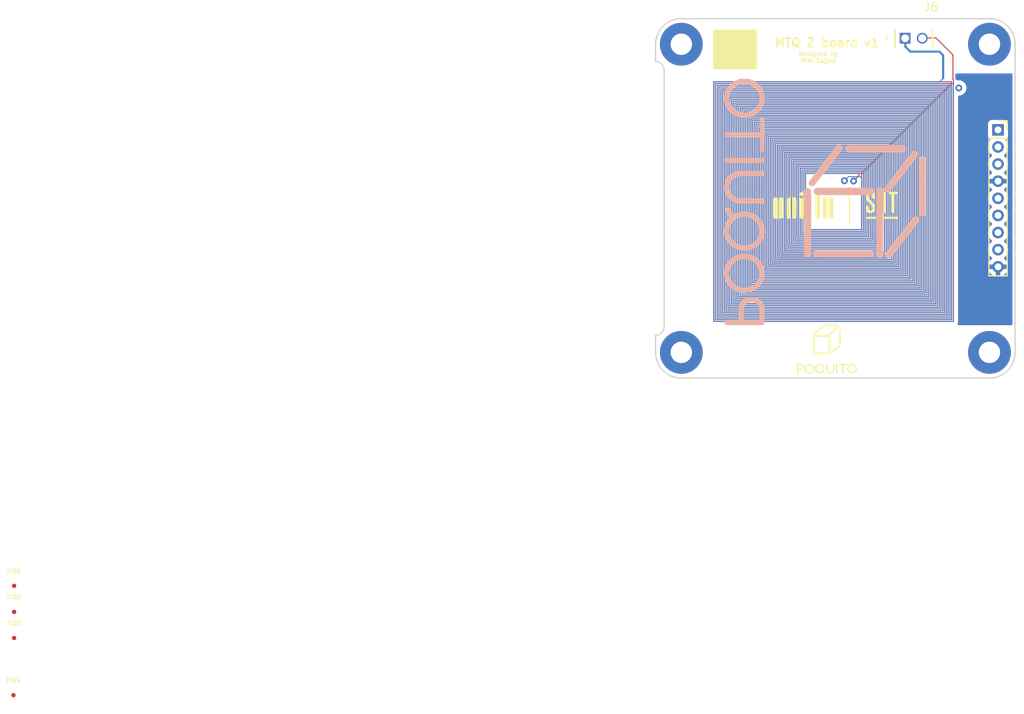
<source format=kicad_pcb>
(kicad_pcb (version 20221018) (generator pcbnew)
  (layers (0 "F.Cu" signal) (1 "In1.Cu" signal) (2 "In2.Cu" signal) (31 "B.Cu" signal) (34 "B.Paste" user) (35 "F.Paste" user) (36 "B.SilkS" user "B.Silkscreen") (37 "F.SilkS" user "F.Silkscreen") (38 "B.Mask" user) (39 "F.Mask" user) (44 "Edge.Cuts" user))
  (net 0 "")
  (net 1 "GND")
  (net 2 "+3V3")
  (net 3 "/PQ Bus/D-")
  (net 4 "/MCU/PB10|SCL|TX")
  (net 5 "/PQ Bus/D+")
  (net 8 "+5V")
  (footprint "Connector_PinSocket_2.00mm:PinSocket_1x09_P2.00mm_Vertical" (layer "F.Cu") (at 213.194 61.5879)
    (fp_text reference "J8" hide)
    (fp_text value "PQ9-Connector")
    (pad "1" thru_hole rect (at 0 0) (size 1.35 1.35) (drill 0.8) (layers "*.Cu" "*.Mask") (net 4 "/MCU/PB10|SCL|TX"))
    (pad "2" thru_hole oval (at 0 2) (size 1.35 1.35) (drill 0.8) (layers "*.Cu" "*.Mask") (net 5 "/PQ Bus/D+"))
    (pad "3" thru_hole oval (at 0 4) (size 1.35 1.35) (drill 0.8) (layers "*.Cu" "*.Mask") (net 3 "/PQ Bus/D-"))
    (pad "4" thru_hole oval (at 0 6) (size 1.35 1.35) (drill 0.8) (layers "*.Cu" "*.Mask") (net 1 "GND"))
    (pad "5" thru_hole oval (at 0 8) (size 1.35 1.35) (drill 0.8) (layers "*.Cu" "*.Mask") (net 2 "+3V3"))
    (pad "6" thru_hole oval (at 0 10) (size 1.35 1.35) (drill 0.8) (layers "*.Cu" "*.Mask"))
    (pad "7" thru_hole oval (at 0 12) (size 1.35 1.35) (drill 0.8) (layers "*.Cu" "*.Mask"))
    (pad "8" thru_hole oval (at 0 14) (size 1.35 1.35) (drill 0.8) (layers "*.Cu" "*.Mask") (net 8 "+5V"))
    (pad "9" thru_hole oval (at 0 16) (size 1.35 1.35) (drill 0.8) (layers "*.Cu" "*.Mask") (net 1 "GND"))
  )
  (footprint "Fiducial:Fiducial_0.5mm_Mask1.5mm" (layer "F.Cu") (at 98.171 127.635)
    (fp_text reference "FID4" (at 0 -1.7145 unlocked) (layer "F.SilkS") (effects (font (size 0.5 0.5) (thickness 0.1))))
    (fp_text value "Fiducial")
    (pad "" smd circle (at 0 0) (size 0.5 0.5) (layers "F.Cu" "F.Mask") (clearance 0.5))
  )
  (footprint "Fiducial:Fiducial_0.5mm_Mask1.5mm" (layer "F.Cu") (at 98.2428 117.908)
    (fp_text reference "FID2" (at 0 -1.7145 unlocked) (layer "F.SilkS") (effects (font (size 0.5 0.5) (thickness 0.1))))
    (fp_text value "Fiducial")
    (pad "" smd circle (at 0 0) (size 0.5 0.5) (layers "F.Cu" "F.Mask") (clearance 0.5))
  )
  (footprint "Fiducial:Fiducial_0.5mm_Mask1.5mm" (layer "F.Cu") (at 98.2428 114.858)
    (fp_text reference "FID1" (at 0 -1.7145 unlocked) (layer "F.SilkS") (effects (font (size 0.5 0.5) (thickness 0.1))))
    (fp_text value "Fiducial")
    (pad "" smd circle (at 0 0) (size 0.5 0.5) (layers "F.Cu" "F.Mask") (clearance 0.5))
  )
  (footprint "Fiducial:Fiducial_0.5mm_Mask1.5mm" (layer "F.Cu") (at 98.2428 120.958)
    (fp_text reference "FID3" (at 0 -1.7145 unlocked) (layer "F.SilkS") (effects (font (size 0.5 0.5) (thickness 0.1))))
    (fp_text value "Fiducial")
    (pad "" smd circle (at 0 0) (size 0.5 0.5) (layers "F.Cu" "F.Mask") (clearance 0.5))
  )
  (footprint "SQT-102-03-F-S:SAMTEC_SQT-102-03-F-S" (layer "F.Cu") (at 202.342 50.888)
    (fp_text reference "J6" (at 3.025 -3.62) (layer "F.SilkS"))
    (fp_text value "MTQZ")
    (pad "01" thru_hole rect (at 0 0) (size 1.26 1.26) (drill 0.91) (layers "*.Cu" "*.Mask"))
    (pad "02" thru_hole circle (at 2 0) (size 1.26 1.26) (drill 0.91) (layers "*.Cu" "*.Mask"))
  )
  (footprint "POQUITO_Panel_Library:POQUITO-7mm" (layer "F.Cu") (at 193.2 87.2)
    (fp_text reference "G***" hide)
    (fp_text value "LOGO" hide)
  )
  (footprint "MountingHole:MountingHole_2.5mm_Pad" (layer "F.Cu") (at 176.194 51.5879)
    (fp_text reference "REF**" hide)
    (fp_text value "MountingHole_2.5mm_Pad" hide)
    (pad "" np_thru_hole circle locked (at 0 0) (size 5 5) (drill 2.5) (layers "*.Cu" "*.Mask"))
  )
  (footprint "MountingHole:MountingHole_2.5mm_Pad" (layer "F.Cu") (at 176.194 87.5879)
    (fp_text reference "REF**" hide)
    (fp_text value "MountingHole_2.5mm_Pad" hide)
    (pad "" np_thru_hole circle locked (at 0 0) (size 5 5) (drill 2.5) (layers "*.Cu" "*.Mask"))
  )
  (footprint "MountingHole:MountingHole_2.5mm_Pad" (layer "F.Cu") (at 212.194 87.5879)
    (fp_text reference "REF**" hide)
    (fp_text value "MountingHole_2.5mm_Pad" hide)
    (pad "" np_thru_hole circle locked (at 0 0) (size 5 5) (drill 2.5) (layers "*.Cu" "*.Mask"))
  )
  (footprint "POQUITO_Panel_Library:WSOF-5" (layer "F.Cu") (at 194.570376 70.225606)
    (fp_text reference "G***" hide)
    (fp_text value "LOGO" hide)
  )
  (footprint "MountingHole:MountingHole_2.5mm_Pad" (layer "F.Cu") (at 212.194 51.5879)
    (fp_text reference "REF**" hide)
    (fp_text value "MountingHole_2.5mm_Pad" hide)
    (pad "" np_thru_hole circle locked (at 0 0) (size 5 5) (drill 2.5) (layers "*.Cu" "*.Mask"))
  )
  (footprint "POQUITO_Panel_Library:POQUITO-29mm" (layer "B.Cu") (at 193 70 90)
    (fp_text reference "G***" hide)
    (fp_text value "LOGO" hide)
  )
  (gr_rect (start 180 50) (end 185 54.4) (stroke (width 0.2)) (fill solid) (layer "F.SilkS"))
  (gr_arc (start 212.1872 48.5942) (mid 214.30852 49.47288) (end 215.1872 51.5942) (stroke (width 0.15)) (layer "Edge.Cuts"))
  (gr_arc (start 176.1872 90.5942) (mid 174.06588 89.71552) (end 173.1872 87.5942) (stroke (width 0.15)) (layer "Edge.Cuts"))
  (gr_arc (start 215.1872 87.5942) (mid 214.30852 89.71552) (end 212.1872 90.5942) (stroke (width 0.15)) (layer "Edge.Cuts"))
  (gr_line (start 173.1872 51.5942) (end 173.1872 53.5942) (stroke (width 0.15)) (layer "Edge.Cuts"))
  (gr_arc (start 174.1872 84.5942) (mid 173.894307 85.301307) (end 173.1872 85.5942) (stroke (width 0.15)) (layer "Edge.Cuts"))
  (gr_line (start 173.1872 87.5942) (end 173.1872 85.5942) (stroke (width 0.15)) (layer "Edge.Cuts"))
  (gr_line (start 212.1872 48.5942) (end 176.1872 48.5942) (stroke (width 0.15)) (layer "Edge.Cuts"))
  (gr_line (start 212.1872 90.5942) (end 176.1872 90.5942) (stroke (width 0.15)) (layer "Edge.Cuts"))
  (gr_arc (start 173.1872 51.5942) (mid 174.06588 49.47288) (end 176.1872 48.5942) (stroke (width 0.15)) (layer "Edge.Cuts"))
  (gr_line (start 215.1872 51.5942) (end 215.1872 87.5942) (stroke (width 0.15)) (layer "Edge.Cuts"))
  (gr_line (start 174.1872 54.5942) (end 174.1872 84.5942) (stroke (width 0.15)) (layer "Edge.Cuts"))
  (gr_arc (start 173.1872 53.5942) (mid 173.89369 53.886477) (end 174.187198 54.592455) (stroke (width 0.15)) (layer "Edge.Cuts"))
  (gr_text "Designed by\nNiki Sajjad" (at 192.2 53.8) (layer "F.SilkS") (effects (font (size 0.5 0.5) (thickness 0.1) bold) (justify bottom)))
  (gr_text "MTQ Z board v1" (at 187 52) (layer "F.SilkS") (effects (font (size 1 1) (thickness 0.2) bold) (justify left bottom)))
  (segment (start 197.2609 73.2463) (end 197.2609 66.4896) (width 0.1062) (layer "F.Cu") (net 0))
  (segment (start 200.3546 63.3959) (end 187.4105 63.3959) (width 0.1062) (layer "F.Cu") (net 0))
  (segment (start 188.0293 75.9275) (end 199.9421 75.9275) (width 0.1062) (layer "F.Cu") (net 0))
  (segment (start 198.9109 64.8397) (end 188.8543 64.8397) (width 0.1062) (layer "F.Cu") (net 0))
  (segment (start 205.9424 50.85) (end 204.3625 50.85) (width 0.1062) (layer "F.Cu") (net 0))
  (segment (start 187.823 63.8084) (end 187.823 76.1338) (width 0.1062) (layer "F.Cu") (net 0))
  (segment (start 203.4483 79.4337) (end 203.4483 60.3023) (width 0.1062) (layer "F.Cu") (net 0))
  (segment (start 205.3045 58.446) (end 182.4606 58.446) (width 0.1062) (layer "F.Cu") (net 0))
  (segment (start 189.8855 65.8709) (end 189.8855 74.0713) (width 0.1062) (layer "F.Cu") (net 0))
  (segment (start 204.892 80.8774) (end 204.892 58.8585) (width 0.1062) (layer "F.Cu") (net 0))
  (segment (start 187.4105 76.5463) (end 200.5609 76.5463) (width 0.1062) (layer "F.Cu") (net 0))
  (segment (start 181.4294 57.4148) (end 181.4294 82.5274) (width 0.1062) (layer "F.Cu") (net 0))
  (segment (start 180.3982 56.3836) (end 180.3982 83.5586) (width 0.1062) (layer "F.Cu") (net 0))
  (segment (start 185.9668 61.9522) (end 185.9668 77.99) (width 0.1062) (layer "F.Cu") (net 0))
  (segment (start 184.5231 79.4337) (end 203.4483 79.4337) (width 0.1062) (layer "F.Cu") (net 0))
  (segment (start 186.3793 77.5775) (end 201.5921 77.5775) (width 0.1062) (layer "F.Cu") (net 0))
  (segment (start 180.8107 83.1461) (end 207.1607 83.1461) (width 0.1062) (layer "F.Cu") (net 0))
  (segment (start 201.1796 77.165) (end 201.1796 62.571) (width 0.1062) (layer "F.Cu") (net 0))
  (segment (start 181.4294 82.5274) (end 206.542 82.5274) (width 0.1062) (layer "F.Cu") (net 0))
  (segment (start 185.5543 61.5397) (end 185.5543 78.4025) (width 0.1062) (layer "F.Cu") (net 0))
  (segment (start 204.6858 80.6712) (end 204.6858 59.0648) (width 0.1062) (layer "F.Cu") (net 0))
  (segment (start 182.6669 81.2899) (end 205.3045 81.2899) (width 0.1062) (layer "F.Cu") (net 0))
  (segment (start 205.5108 81.4962) (end 205.5108 58.2398) (width 0.1062) (layer "F.Cu") (net 0))
  (segment (start 182.8731 81.0837) (end 205.0983 81.0837) (width 0.1062) (layer "F.Cu") (net 0))
  (segment (start 201.3858 62.3647) (end 186.3793 62.3647) (width 0.1062) (layer "F.Cu") (net 0))
  (segment (start 207.5732 83.5586) (end 207.5732 56.1773) (width 0.1062) (layer "F.Cu") (net 0))
  (segment (start 198.2922 74.2776) (end 198.2922 65.4584) (width 0.1062) (layer "F.Cu") (net 0))
  (segment (start 188.8543 75.1025) (end 199.1171 75.1025) (width 0.1062) (layer "F.Cu") (net 0))
  (segment (start 184.3169 79.6399) (end 203.6545 79.6399) (width 0.1062) (layer "F.Cu") (net 0))
  (segment (start 204.892 58.8585) (end 182.8731 58.8585) (width 0.1062) (layer "F.Cu") (net 0))
  (segment (start 201.3858 77.3712) (end 201.3858 62.3647) (width 0.1062) (layer "F.Cu") (net 0))
  (segment (start 190.298 66.2834) (end 190.298 73.6588) (width 0.1062) (layer "F.Cu") (net 0))
  (segment (start 187.4105 63.3959) (end 187.4105 76.5463) (width 0.1062) (layer "F.Cu") (net 0))
  (segment (start 190.5042 66.4896) (end 190.5042 73.4526) (width 0.1062) (layer "F.Cu") (net 0))
  (segment (start 184.3169 60.3023) (end 184.3169 79.6399) (width 0.1062) (layer "F.Cu") (net 0))
  (segment (start 182.8731 58.8585) (end 182.8731 81.0837) (width 0.1062) (layer "F.Cu") (net 0))
  (segment (start 203.8608 59.8898) (end 183.9044 59.8898) (width 0.1062) (layer "F.Cu") (net 0))
  (segment (start 184.9356 60.921) (end 184.9356 79.0212) (width 0.1062) (layer "F.Cu") (net 0))
  (segment (start 190.7105 73.2463) (end 197.2609 73.2463) (width 0.1062) (layer "F.Cu") (net 0))
  (segment (start 183.0794 80.8774) (end 204.892 80.8774) (width 0.1062) (layer "F.Cu") (net 0))
  (segment (start 186.1731 77.7837) (end 201.7983 77.7837) (width 0.1062) (layer "F.Cu") (net 0))
  (segment (start 187.6168 76.34) (end 200.3546 76.34) (width 0.1062) (layer "F.Cu") (net 0))
  (segment (start 181.2232 82.7336) (end 206.7482 82.7336) (width 0.1062) (layer "F.Cu") (net 0))
  (segment (start 183.6981 80.2587) (end 204.2733 80.2587) (width 0.1062) (layer "F.Cu") (net 0))
  (segment (start 200.1484 63.6022) (end 187.6168 63.6022) (width 0.1062) (layer "F.Cu") (net 0))
  (segment (start 190.5042 73.4526) (end 197.4672 73.4526) (width 0.1062) (layer "F.Cu") (net 0))
  (segment (start 185.1418 78.815) (end 202.8296 78.815) (width 0.1062) (layer "F.Cu") (net 0))
  (segment (start 183.2856 59.271) (end 183.2856 80.6712) (width 0.1062) (layer "F.Cu") (net 0))
  (segment (start 207.367 83.3524) (end 207.367 56.3836) (width 0.1062) (layer "F.Cu") (net 0))
  (segment (start 199.5296 75.515) (end 199.5296 64.2209) (width 0.1062) (layer "F.Cu") (net 0))
  (segment (start 183.4919 59.4773) (end 183.4919 80.4649) (width 0.1062) (layer "F.Cu") (net 0))
  (segment (start 181.2232 57.2086) (end 181.2232 82.7336) (width 0.1062) (layer "F.Cu") (net 0))
  (segment (start 204.4795 59.271) (end 183.2856 59.271) (width 0.1062) (layer "F.Cu") (net 0))
  (segment (start 201.7983 61.9522) (end 185.9668 61.9522) (width 0.1062) (layer "F.Cu") (net 0))
  (segment (start 185.3481 78.6087) (end 202.6233 78.6087) (width 0.1062) (layer "F.Cu") (net 0))
  (segment (start 205.9232 57.8273) (end 181.8419 57.8273) (width 0.1062) (layer "F.Cu") (net 0))
  (segment (start 200.7671 62.9834) (end 186.998 62.9834) (width 0.1062) (layer "F.Cu") (net 0))
  (segment (start 187.823 76.1338) (end 200.1484 76.1338) (width 0.1062) (layer "F.Cu") (net 0))
  (segment (start 199.7359 75.7213) (end 199.7359 64.0147) (width 0.1062) (layer "F.Cu") (net 0))
  (segment (start 201.5921 77.5775) (end 201.5921 62.1585) (width 0.1062) (layer "F.Cu") (net 0))
  (segment (start 199.9421 63.8084) (end 187.823 63.8084) (width 0.1062) (layer "F.Cu") (net 0))
  (segment (start 180.8107 56.7961) (end 180.8107 83.1461) (width 0.1062) (layer "F.Cu") (net 0))
  (segment (start 204.4795 80.4649) (end 204.4795 59.271) (width 0.1062) (layer "F.Cu") (net 0))
  (segment (start 205.0983 58.6523) (end 182.6669 58.6523) (width 0.1062) (layer "F.Cu") (net 0))
  (segment (start 181.6357 57.6211) (end 181.6357 82.3211) (width 0.1062) (layer "F.Cu") (net 0))
  (segment (start 207.5732 56.1773) (end 180.1919 56.1773) (width 0.1062) (layer "F.Cu") (net 0))
  (segment (start 183.2856 80.6712) (end 204.6858 80.6712) (width 0.1062) (layer "F.Cu") (net 0))
  (segment (start 179.9857 83.9711) (end 207.9857 83.9711) (width 0.1062) (layer "F.Cu") (net 0))
  (segment (start 205.717 58.0336) (end 182.0482 58.0336) (width 0.1062) (layer "F.Cu") (net 0))
  (segment (start 188.4418 75.515) (end 199.5296 75.515) (width 0.1062) (layer "F.Cu") (net 0))
  (segment (start 207.1607 83.1461) (end 207.1607 56.5898) (width 0.1062) (layer "F.Cu") (net 0))
  (segment (start 186.998 76.9588) (end 200.9734 76.9588) (width 0.1062) (layer "F.Cu") (net 0))
  (segment (start 199.7359 64.0147) (end 188.0293 64.0147) (width 0.1062) (layer "F.Cu") (net 0))
  (segment (start 201.1796 62.571) (end 186.5856 62.571) (width 0.1062) (layer "F.Cu") (net 0))
  (segment (start 189.473 65.4584) (end 189.473 74.4838) (width 0.1062) (layer "F.Cu") (net 0))
  (segment (start 181.8419 57.8273) (end 181.8419 82.1149) (width 0.1062) (layer "F.Cu") (net 0))
  (segment (start 202.0046 77.99) (end 202.0046 61.746) (width 0.1062) (layer "F.Cu") (net 0))
  (segment (start 183.9044 59.8898) (end 183.9044 80.0524) (width 0.1062) (layer "F.Cu") (net 0))
  (segment (start 202.4171 78.4025) (end 202.4171 61.3335) (width 0.1062) (layer "F.Cu") (net 0))
  (segment (start 197.6734 73.6588) (end 197.6734 66.0771) (width 0.1062) (layer "F.Cu") (net 0))
  (segment (start 202.4171 61.3335) (end 185.3481 61.3335) (width 0.1062) (layer "F.Cu") (net 0))
  (segment (start 186.1731 62.1585) (end 186.1731 77.7837) (width 0.1062) (layer "F.Cu") (net 0))
  (segment (start 205.9232 81.9086) (end 205.9232 57.8273) (width 0.1062) (layer "F.Cu") (net 0))
  (segment (start 202.6233 61.1272) (end 185.1418 61.1272) (width 0.1062) (layer "F.Cu") (net 0))
  (segment (start 197.8797 73.8651) (end 197.8797 65.8709) (width 0.1062) (layer "F.Cu") (net 0))
  (segment (start 203.8608 79.8462) (end 203.8608 59.8898) (width 0.1062) (layer "F.Cu") (net 0))
  (segment (start 189.0605 74.8963) (end 198.9109 74.8963) (width 0.1062) (layer "F.Cu") (net 0))
  (segment (start 186.998 62.9834) (end 186.998 76.9588) (width 0.1062) (layer "F.Cu") (net 0))
  (segment (start 204.6858 59.0648) (end 183.0794 59.0648) (width 0.1062) (layer "F.Cu") (net 0))
  (segment (start 189.0605 65.0459) (end 189.0605 74.8963) (width 0.1062) (layer "F.Cu") (net 0))
  (segment (start 183.0794 59.0648) (end 183.0794 80.8774) (width 0.1062) (layer "F.Cu") (net 0))
  (segment (start 197.6734 66.0771) (end 190.0917 66.0771) (width 0.1062) (layer "F.Cu") (net 0))
  (segment (start 202.0046 61.746) (end 185.7606 61.746) (width 0.1062) (layer "F.Cu") (net 0))
  (segment (start 206.9545 82.9399) (end 206.9545 56.7961) (width 0.1062) (layer "F.Cu") (net 0))
  (segment (start 203.6545 79.6399) (end 203.6545 60.096) (width 0.1062) (layer "F.Cu") (net 0))
  (segment (start 204.2733 59.4773) (end 183.4919 59.4773) (width 0.1062) (layer "F.Cu") (net 0))
  (segment (start 206.9545 56.7961) (end 180.8107 56.7961) (width 0.1062) (layer "F.Cu") (net 0))
  (segment (start 206.1295 57.6211) (end 181.6357 57.6211) (width 0.1062) (layer "F.Cu") (net 0))
  (segment (start 206.542 82.5274) (end 206.542 57.2086) (width 0.1062) (layer "F.Cu") (net 0))
  (segment (start 182.2544 58.2398) (end 182.2544 81.7024) (width 0.1062) (layer "F.Cu") (net 0))
  (segment (start 206.3357 57.4148) (end 181.4294 57.4148) (width 0.1062) (layer "F.Cu") (net 0))
  (segment (start 182.6669 58.6523) (end 182.6669 81.2899) (width 0.1062) (layer "F.Cu") (net 0))
  (segment (start 207.9244 55.7036) (end 207.9244 52.832) (width 0.1062) (layer "F.Cu") (net 0))
  (segment (start 204.067 59.6835) (end 183.6981 59.6835) (width 0.1062) (layer "F.Cu") (net 0))
  (segment (start 188.648 75.3088) (end 199.3234 75.3088) (width 0.1062) (layer "F.Cu") (net 0))
  (segment (start 187.2043 63.1897) (end 187.2043 76.7525) (width 0.1062) (layer "F.Cu") (net 0))
  (segment (start 200.7671 76.7525) (end 200.7671 62.9834) (width 0.1062) (layer "F.Cu") (net 0))
  (segment (start 189.2667 65.2521) (end 189.2667 74.6901) (width 0.1062) (layer "F.Cu") (net 0))
  (segment (start 206.1295 82.1149) (end 206.1295 57.6211) (width 0.1062) (layer "F.Cu") (net 0))
  (segment (start 200.5609 63.1897) (end 187.2043 63.1897) (width 0.1062) (layer "F.Cu") (net 0))
  (segment (start 184.1106 60.096) (end 184.1106 79.8462) (width 0.1062) (layer "F.Cu") (net 0))
  (segment (start 182.0482 81.9086) (end 205.9232 81.9086) (width 0.1062) (layer "F.Cu") (net 0))
  (segment (start 183.4919 80.4649) (end 204.4795 80.4649) (width 0.1062) (layer "F.Cu") (net 0))
  (segment (start 206.3357 82.3211) (end 206.3357 57.4148) (width 0.1062) (layer "F.Cu") (net 0))
  (segment (start 205.0983 81.0837) (end 205.0983 58.6523) (width 0.1062) (layer "F.Cu") (net 0))
  (segment (start 183.6981 59.6835) (end 183.6981 80.2587) (width 0.1062) (layer "F.Cu") (net 0))
  (segment (start 185.3481 61.3335) (end 185.3481 78.6087) (width 0.1062) (layer "F.Cu") (net 0))
  (segment (start 190.0917 66.0771) (end 190.0917 73.8651) (width 0.1062) (layer "F.Cu") (net 0))
  (segment (start 203.2421 60.5085) (end 184.5231 60.5085) (width 0.1062) (layer "F.Cu") (net 0))
  (segment (start 204.067 80.0524) (end 204.067 59.6835) (width 0.1062) (layer "F.Cu") (net 0))
  (segment (start 199.5296 64.2209) (end 188.2355 64.2209) (width 0.1062) (layer "F.Cu") (net 0))
  (segment (start 189.6792 65.6646) (end 189.6792 74.2776) (width 0.1062) (layer "F.Cu") (net 0))
  (segment (start 189.473 74.4838) (end 198.4984 74.4838) (width 0.1062) (layer "F.Cu") (net 0))
  (segment (start 202.6233 78.6087) (end 202.6233 61.1272) (width 0.1062) (layer "F.Cu") (net 0))
  (segment (start 198.0859 65.6646) (end 189.6792 65.6646) (width 0.1062) (layer "F.Cu") (net 0))
  (segment (start 189.8855 74.0713) (end 198.0859 74.0713) (width 0.1062) (layer "F.Cu") (net 0))
  (segment (start 198.7047 74.6901) (end 198.7047 65.0459) (width 0.1062) (layer "F.Cu") (net 0))
  (segment (start 197.4672 73.4526) (end 197.4672 66.2834) (width 0.1062) (layer "F.Cu") (net 0))
  (segment (start 198.0859 74.0713) (end 198.0859 65.6646) (width 0.1062) (layer "F.Cu") (net 0))
  (segment (start 201.7983 77.7837) (end 201.7983 61.9522) (width 0.1062) (layer "F.Cu") (net 0))
  (segment (start 184.7293 79.2275) (end 203.2421 79.2275) (width 0.1062) (layer "F.Cu") (net 0))
  (segment (start 184.5231 60.5085) (end 184.5231 79.4337) (width 0.1062) (layer "F.Cu") (net 0))
  (segment (start 181.8419 82.1149) (end 206.1295 82.1149) (width 0.1062) (layer "F.Cu") (net 0))
  (segment (start 188.2355 64.2209) (end 188.2355 75.7213) (width 0.1062) (layer "F.Cu") (net 0))
  (segment (start 186.7918 62.7772) (end 186.7918 77.165) (width 0.1062) (layer "F.Cu") (net 0))
  (segment (start 180.6044 56.5898) (end 180.6044 83.3524) (width 0.1062) (layer "F.Cu") (net 0))
  (segment (start 201.5921 62.1585) (end 186.1731 62.1585) (width 0.1062) (layer "F.Cu") (net 0))
  (segment (start 180.1919 83.7649) (end 207.7795 83.7649) (width 0.1062) (layer "F.Cu") (net 0))
  (segment (start 198.4984 74.4838) (end 198.4984 65.2521) (width 0.1062) (layer "F.Cu") (net 0))
  (segment (start 198.7047 65.0459) (end 189.0605 65.0459) (width 0.1062) (layer "F.Cu") (net 0))
  (segment (start 190.7105 66.6959) (end 190.7105 73.2463) (width 0.1062) (layer "F.Cu") (net 0))
  (segment (start 207.7795 83.7649) (end 207.7795 55.9711) (width 0.1062) (layer "F.Cu") (net 0))
  (segment (start 181.0169 82.9399) (end 206.9545 82.9399) (width 0.1062) (layer "F.Cu") (net 0))
  (segment (start 199.3234 75.3088) (end 199.3234 64.4272) (width 0.1062) (layer "F.Cu") (net 0))
  (segment (start 182.4606 81.4962) (end 205.5108 81.4962) (width 0.1062) (layer "F.Cu") (net 0))
  (segment (start 188.648 64.6334) (end 188.648 75.3088) (width 0.1062) (layer "F.Cu") (net 0))
  (segment (start 185.5543 78.4025) (end 202.4171 78.4025) (width 0.1062) (layer "F.Cu") (net 0))
  (segment (start 198.4984 65.2521) (end 189.2667 65.2521) (width 0.1062) (layer "F.Cu") (net 0))
  (segment (start 180.6044 83.3524) (end 207.367 83.3524) (width 0.1062) (layer "F.Cu") (net 0))
  (segment (start 186.3793 62.3647) (end 186.3793 77.5775) (width 0.1062) (layer "F.Cu") (net 0))
  (segment (start 196.3166 67.564) (end 196.9516 66.929) (width 0.1062) (layer "F.Cu") (net 0))
  (segment (start 189.6792 74.2776) (end 198.2922 74.2776) (width 0.1062) (layer "F.Cu") (net 0))
  (segment (start 203.6545 60.096) (end 184.1106 60.096) (width 0.1062) (layer "F.Cu") (net 0))
  (segment (start 190.298 73.6588) (end 197.6734 73.6588) (width 0.1062) (layer "F.Cu") (net 0))
  (segment (start 196.9516 66.929) (end 196.9516 66.6959) (width 0.1062) (layer "F.Cu") (net 0))
  (segment (start 181.0169 57.0023) (end 181.0169 82.9399) (width 0.1062) (layer "F.Cu") (net 0))
  (segment (start 188.2355 75.7213) (end 199.7359 75.7213) (width 0.1062) (layer "F.Cu") (net 0))
  (segment (start 203.4483 60.3023) (end 184.3169 60.3023) (width 0.1062) (layer "F.Cu") (net 0))
  (segment (start 207.9857 83.9711) (end 207.9857 55.7649) (width 0.1062) (layer "F.Cu") (net 0))
  (segment (start 198.9109 74.8963) (end 198.9109 64.8397) (width 0.1062) (layer "F.Cu") (net 0))
  (segment (start 186.5856 77.3712) (end 201.3858 77.3712) (width 0.1062) (layer "F.Cu") (net 0))
  (segment (start 184.1106 79.8462) (end 203.8608 79.8462) (width 0.1062) (layer "F.Cu") (net 0))
  (segment (start 184.7293 60.7147) (end 184.7293 79.2275) (width 0.1062) (layer "F.Cu") (net 0))
  (segment (start 199.3234 64.4272) (end 188.4418 64.4272) (width 0.1062) (layer "F.Cu") (net 0))
  (segment (start 200.5609 76.5463) (end 200.5609 63.1897) (width 0.1062) (layer "F.Cu") (net 0))
  (segment (start 203.0358 79.0212) (end 203.0358 60.7147) (width 0.1062) (layer "F.Cu") (net 0))
  (segment (start 187.2043 76.7525) (end 200.7671 76.7525) (width 0.1062) (layer "F.Cu") (net 0))
  (segment (start 199.9421 75.9275) (end 199.9421 63.8084) (width 0.1062) (layer "F.Cu") (net 0))
  (segment (start 200.9734 62.7772) (end 186.7918 62.7772) (width 0.1062) (layer "F.Cu") (net 0))
  (segment (start 198.2922 65.4584) (end 189.473 65.4584) (width 0.1062) (layer "F.Cu") (net 0))
  (segment (start 185.1418 61.1272) (end 185.1418 78.815) (width 0.1062) (layer "F.Cu") (net 0))
  (segment (start 182.2544 81.7024) (end 205.717 81.7024) (width 0.1062) (layer "F.Cu") (net 0))
  (segment (start 206.7482 82.7336) (end 206.7482 57.0023) (width 0.1062) (layer "F.Cu") (net 0))
  (segment (start 182.4606 58.446) (end 182.4606 81.4962) (width 0.1062) (layer "F.Cu") (net 0))
  (segment (start 200.1484 76.1338) (end 200.1484 63.6022) (width 0.1062) (layer "F.Cu") (net 0))
  (segment (start 205.717 81.7024) (end 205.717 58.0336) (width 0.1062) (layer "F.Cu") (net 0))
  (segment (start 185.7606 61.746) (end 185.7606 78.1962) (width 0.1062) (layer "F.Cu") (net 0))
  (segment (start 200.3546 76.34) (end 200.3546 63.3959) (width 0.1062) (layer "F.Cu") (net 0))
  (segment (start 188.0293 64.0147) (end 188.0293 75.9275) (width 0.1062) (layer "F.Cu") (net 0))
  (segment (start 197.2609 66.4896) (end 190.5042 66.4896) (width 0.1062) (layer "F.Cu") (net 0))
  (segment (start 180.3982 83.5586) (end 207.5732 83.5586) (width 0.1062) (layer "F.Cu") (net 0))
  (segment (start 185.9668 77.99) (end 202.0046 77.99) (width 0.1062) (layer "F.Cu") (net 0))
  (segment (start 205.5108 58.2398) (end 182.2544 58.2398) (width 0.1062) (layer "F.Cu") (net 0))
  (segment (start 187.6168 63.6022) (end 187.6168 76.34) (width 0.1062) (layer "F.Cu") (net 0))
  (segment (start 206.542 57.2086) (end 181.2232 57.2086) (width 0.1062) (layer "F.Cu") (net 0))
  (segment (start 190.0917 73.8651) (end 197.8797 73.8651) (width 0.1062) (layer "F.Cu") (net 0))
  (segment (start 189.2667 74.6901) (end 198.7047 74.6901) (width 0.1062) (layer "F.Cu") (net 0))
  (segment (start 203.2421 79.2275) (end 203.2421 60.5085) (width 0.1062) (layer "F.Cu") (net 0))
  (segment (start 205.3045 81.2899) (end 205.3045 58.446) (width 0.1062) (layer "F.Cu") (net 0))
  (segment (start 206.7482 57.0023) (end 181.0169 57.0023) (width 0.1062) (layer "F.Cu") (net 0))
  (segment (start 197.8797 65.8709) (end 189.8855 65.8709) (width 0.1062) (layer "F.Cu") (net 0))
  (segment (start 182.0482 58.0336) (end 182.0482 81.9086) (width 0.1062) (layer "F.Cu") (net 0))
  (segment (start 184.9356 79.0212) (end 203.0358 79.0212) (width 0.1062) (layer "F.Cu") (net 0))
  (segment (start 207.9244 52.832) (end 205.9424 50.85) (width 0.1062) (layer "F.Cu") (net 0))
  (segment (start 186.5856 62.571) (end 186.5856 77.3712) (width 0.1062) (layer "F.Cu") (net 0))
  (segment (start 200.9734 76.9588) (end 200.9734 62.7772) (width 0.1062) (layer "F.Cu") (net 0))
  (segment (start 185.7606 78.1962) (end 202.2108 78.1962) (width 0.1062) (layer "F.Cu") (net 0))
  (segment (start 181.6357 82.3211) (end 206.3357 82.3211) (width 0.1062) (layer "F.Cu") (net 0))
  (segment (start 207.367 56.3836) (end 180.3982 56.3836) (width 0.1062) (layer "F.Cu") (net 0))
  (segment (start 197.4672 66.2834) (end 190.298 66.2834) (width 0.1062) (layer "F.Cu") (net 0))
  (segment (start 204.2733 80.2587) (end 204.2733 59.4773) (width 0.1062) (layer "F.Cu") (net 0))
  (segment (start 202.8296 78.815) (end 202.8296 60.921) (width 0.1062) (layer "F.Cu") (net 0))
  (segment (start 207.7795 55.9711) (end 179.9857 55.9711) (width 0.1062) (layer "F.Cu") (net 0))
  (segment (start 196.9516 66.6959) (end 190.7105 66.6959) (width 0.1062) (layer "F.Cu") (net 0))
  (segment (start 207.1607 56.5898) (end 180.6044 56.5898) (width 0.1062) (layer "F.Cu") (net 0))
  (segment (start 188.8543 64.8397) (end 188.8543 75.1025) (width 0.1062) (layer "F.Cu") (net 0))
  (segment (start 199.1171 64.6334) (end 188.648 64.6334) (width 0.1062) (layer "F.Cu") (net 0))
  (segment (start 183.9044 80.0524) (end 204.067 80.0524) (width 0.1062) (layer "F.Cu") (net 0))
  (segment (start 179.9857 55.9711) (end 179.9857 83.9711) (width 0.1062) (layer "F.Cu") (net 0))
  (segment (start 186.7918 77.165) (end 201.1796 77.165) (width 0.1062) (layer "F.Cu") (net 0))
  (segment (start 199.1171 75.1025) (end 199.1171 64.6334) (width 0.1062) (layer "F.Cu") (net 0))
  (segment (start 202.8296 60.921) (end 184.9356 60.921) (width 0.1062) (layer "F.Cu") (net 0))
  (segment (start 202.2108 61.5397) (end 185.5543 61.5397) (width 0.1062) (layer "F.Cu") (net 0))
  (segment (start 202.2108 78.1962) (end 202.2108 61.5397) (width 0.1062) (layer "F.Cu") (net 0))
  (segment (start 207.9857 55.7649) (end 207.9244 55.7036) (width 0.1062) (layer "F.Cu") (net 0))
  (segment (start 180.1919 56.1773) (end 180.1919 83.7649) (width 0.1062) (layer "F.Cu") (net 0))
  (segment (start 188.4418 64.4272) (end 188.4418 75.515) (width 0.1062) (layer "F.Cu") (net 0))
  (segment (start 203.0358 60.7147) (end 184.7293 60.7147) (width 0.1062) (layer "F.Cu") (net 0))
  (via (at 196.3166 67.564) (size 0.8) (drill 0.4) (layers "F.Cu" "B.Cu") (net 0))
  (via (at 208.6102 56.6928) (size 0.8) (drill 0.4) (layers "F.Cu" "B.Cu") (net 0))
  (via (at 195.2498 67.5386) (size 0.8) (drill 0.4) (layers "F.Cu" "B.Cu") (net 0))
  (segment (start 184.9356 79.0212) (end 203.0358 79.0212) (width 0.1062) (layer "B.Cu") (net 0))
  (segment (start 190.298 66.2834) (end 190.298 73.6588) (width 0.1062) (layer "B.Cu") (net 0))
  (segment (start 201.1796 77.165) (end 201.1796 62.9834) (width 0.1062) (layer "B.Cu") (net 0))
  (segment (start 180.8107 56.7961) (end 180.8107 83.1461) (width 0.1062) (layer "B.Cu") (net 0))
  (segment (start 195.2498 67.5386) (end 195.7324 67.056) (width 0.106) (layer "B.Cu") (net 0))
  (segment (start 184.7293 60.7147) (end 184.7293 79.2275) (width 0.1062) (layer "B.Cu") (net 0))
  (segment (start 185.7606 61.746) (end 185.7606 78.1962) (width 0.1062) (layer "B.Cu") (net 0))
  (segment (start 205.5108 58.6523) (end 182.6669 58.6523) (width 0.1062) (layer "B.Cu") (net 0))
  (segment (start 199.1171 65.0459) (end 189.0605 65.0459) (width 0.1062) (layer "B.Cu") (net 0))
  (segment (start 203.4483 60.7147) (end 184.7293 60.7147) (width 0.1062) (layer "B.Cu") (net 0))
  (segment (start 188.4418 64.4272) (end 188.4418 75.515) (width 0.1062) (layer "B.Cu") (net 0))
  (segment (start 184.1106 79.8462) (end 203.8608 79.8462) (width 0.1062) (layer "B.Cu") (net 0))
  (segment (start 180.1919 83.7649) (end 207.7795 83.7649) (width 0.1062) (layer "B.Cu") (net 0))
  (segment (start 205.0983 59.0648) (end 183.0794 59.0648) (width 0.1062) (layer "B.Cu") (net 0))
  (segment (start 198.7047 65.4584) (end 189.473 65.4584) (width 0.1062) (layer "B.Cu") (net 0))
  (segment (start 206.3357 82.3211) (end 206.3357 57.8273) (width 0.1062) (layer "B.Cu") (net 0))
  (segment (start 205.9232 58.2398) (end 182.2544 58.2398) (width 0.1062) (layer "B.Cu") (net 0))
  (segment (start 201.3858 62.7772) (end 186.7918 62.7772) (width 0.1062) (layer "B.Cu") (net 0))
  (segment (start 203.0358 61.1272) (end 185.1418 61.1272) (width 0.1062) (layer "B.Cu") (net 0))
  (segment (start 190.5042 66.4896) (end 190.5042 73.4526) (width 0.1062) (layer "B.Cu") (net 0))
  (segment (start 186.1731 62.1585) (end 186.1731 77.7837) (width 0.1062) (layer "B.Cu") (net 0))
  (segment (start 200.5609 76.5463) (end 200.5609 63.6022) (width 0.1062) (layer "B.Cu") (net 0))
  (segment (start 197.8797 66.2834) (end 190.298 66.2834) (width 0.1062) (layer "B.Cu") (net 0))
  (segment (start 179.9857 83.9711) (end 207.9857 83.9711) (width 0.1062) (layer "B.Cu") (net 0))
  (segment (start 205.717 81.7024) (end 205.717 58.446) (width 0.1062) (layer "B.Cu") (net 0))
  (segment (start 202.8296 78.815) (end 202.8296 61.3335) (width 0.1062) (layer "B.Cu") (net 0))
  (segment (start 198.2922 65.8709) (end 189.8855 65.8709) (width 0.1062) (layer "B.Cu") (net 0))
  (segment (start 206.3496 55.9711) (end 206.375 55.9711) (width 0.1062) (layer "B.Cu") (net 0))
  (segment (start 181.8419 82.1149) (end 206.1295 82.1149) (width 0.1062) (layer "B.Cu") (net 0))
  (segment (start 188.8543 64.8397) (end 188.8543 75.1025) (width 0.1062) (layer "B.Cu") (net 0))
  (segment (start 182.6669 81.2899) (end 205.3045 81.2899) (width 0.1062) (layer "B.Cu") (net 0))
  (segment (start 205.5108 81.4962) (end 205.5108 58.6523) (width 0.1062) (layer "B.Cu") (net 0))
  (segment (start 202.3625 51.8625) (end 202.3625 50.85) (width 0.25) (layer "B.Cu") (net 0))
  (segment (start 189.473 74.4838) (end 198.4984 74.4838) (width 0.1062) (layer "B.Cu") (net 0))
  (segment (start 186.3793 62.3647) (end 186.3793 77.5775) (width 0.1062) (layer "B.Cu") (net 0))
  (segment (start 204.892 59.271) (end 183.2856 59.271) (width 0.1062) (layer "B.Cu") (net 0))
  (segment (start 186.7918 62.7772) (end 186.7918 77.165) (width 0.1062) (layer "B.Cu") (net 0))
  (segment (start 203.8608 79.8462) (end 203.8608 60.3023) (width 0.1062) (layer "B.Cu") (net 0))
  (segment (start 198.4984 65.6646) (end 189.6792 65.6646) (width 0.1062) (layer "B.Cu") (net 0))
  (segment (start 197.0831 67.056) (end 197.2609 67.2338) (width 0.106) (layer "B.Cu") (net 0))
  (segment (start 186.5856 62.571) (end 186.5856 77.3712) (width 0.1062) (layer "B.Cu") (net 0))
  (segment (start 189.2667 74.6901) (end 198.7047 74.6901) (width 0.1062) (layer "B.Cu") (net 0))
  (segment (start 186.3793 77.5775) (end 201.5921 77.5775) (width 0.1062) (layer "B.Cu") (net 0))
  (segment (start 205.717 58.446) (end 182.4606 58.446) (width 0.1062) (layer "B.Cu") (net 0))
  (segment (start 204.2733 80.2587) (end 204.2733 59.8898) (width 0.1062) (layer "B.Cu") (net 0))
  (segment (start 200.1484 64.0147) (end 188.0293 64.0147) (width 0.1062) (layer "B.Cu") (net 0))
  (segment (start 181.4294 57.4148) (end 181.4294 82.5274) (width 0.1062) (layer "B.Cu") (net 0))
  (segment (start 204.892 80.8774) (end 204.892 59.271) (width 0.1062) (layer "B.Cu") (net 0))
  (segment (start 197.6734 66.4896) (end 190.5042 66.4896) (width 0.1062) (layer "B.Cu") (net 0))
  (segment (start 202.4171 78.4025) (end 202.4171 61.746) (width 0.1062) (layer "B.Cu") (net 0))
  (segment (start 206.542 57.6211) (end 181.6357 57.6211) (width 0.1062) (layer "B.Cu") (net 0))
  (segment (start 187.2043 63.1897) (end 187.2043 76.7525) (width 0.1062) (layer "B.Cu") (net 0))
  (segment (start 183.6981 80.2587) (end 204.2733 80.2587) (width 0.1062) (layer "B.Cu") (net 0))
  (segment (start 185.3481 61.3335) (end 185.3481 78.6087) (width 0.1062) (layer "B.Cu") (net 0))
  (segment (start 206.3357 57.8273) (end 181.8419 57.8273) (width 0.1062) (layer "B.Cu") (net 0))
  (segment (start 207.7795 56.3836) (end 180.3982 56.3836) (width 0.1062) (layer "B.Cu") (net 0))
  (segment (start 202.6233 61.5397) (end 185.5543 61.5397) (width 0.1062) (layer "B.Cu") (net 0))
  (segment (start 188.0293 75.9275) (end 199.9421 75.9275) (width 0.1062) (layer "B.Cu") (net 0))
  (segment (start 206.9545 57.2086) (end 181.2232 57.2086) (width 0.1062) (layer "B.Cu") (net 0))
  (segment (start 189.6792 65.6646) (end 189.6792 74.2776) (width 0.1062) (layer "B.Cu") (net 0))
  (segment (start 202.0046 77.99) (end 202.0046 62.1585) (width 0.1062) (layer "B.Cu") (net 0))
  (segment (start 182.4606 58.446) (end 182.4606 81.4962) (width 0.1062) (layer "B.Cu") (net 0))
  (segment (start 203.2421 60.921) (end 184.9356 60.921) (width 0.1062) (layer "B.Cu") (net 0))
  (segment (start 185.9668 77.99) (end 202.0046 77.99) (width 0.1062) (layer "B.Cu") (net 0))
  (segment (start 198.0859 74.0713) (end 198.0859 66.0771) (width 0.1062) (layer "B.Cu") (net 0))
  (segment (start 201.7983 77.7837) (end 201.7983 62.3647) (width 0.1062) (layer "B.Cu") (net 0))
  (segment (start 188.2355 75.7213) (end 199.7359 75.7213) (width 0.1062) (layer "B.Cu") (net 0))
  (segment (start 182.0482 58.0336) (end 182.0482 81.9086) (width 0.1062) (layer "B.Cu") (net 0))
  (segment (start 200.9734 76.9588) (end 200.9734 63.1897) (width 0.1062) (layer "B.Cu") (net 0))
  (segment (start 180.8107 83.1461) (end 207.1607 83.1461) (width 0.1062) (layer "B.Cu") (net 0))
  (segment (start 180.3982 56.3836) (end 180.3982 83.5586) (width 0.1062) (layer "B.Cu") (net 0))
  (segment (start 184.5231 79.4337) (end 203.4483 79.4337) (width 0.1062) (layer "B.Cu") (net 0))
  (segment (start 199.5296 75.515) (end 199.5296 64.6334) (width 0.1062) (layer "B.Cu") (net 0))
  (segment (start 200.1484 76.1338) (end 200.1484 64.0147) (width 0.1062) (layer "B.Cu") (net 0))
  (segment (start 182.8731 58.8585) (end 182.8731 81.0837) (width 0.1062) (layer "B.Cu") (net 0))
  (segment (start 187.823 76.1338) (end 200.1484 76.1338) (width 0.1062) (layer "B.Cu") (net 0))
  (segment (start 190.7105 66.6959) (end 190.7105 73.2463) (width 0.1062) (layer "B.Cu") (net 0))
  (segment (start 207.9857 83.9711) (end 207.9857 56.1773) (width 0.1062) (layer "B.Cu") (net 0))
  (segment (start 183.4919 80.4649) (end 204.4795 80.4649) (width 0.1062) (layer "B.Cu") (net 0))
  (segment (start 206.1295 82.1149) (end 206.1295 58.0336) (width 0.1062) (layer "B.Cu") (net 0))
  (segment (start 189.0605 74.8963) (end 198.9109 74.8963) (width 0.1062) (layer "B.Cu") (net 0))
  (segment (start 189.8855 74.0713) (end 198.0859 74.0713) (width 0.1062) (layer "B.Cu") (net 0))
  (segment (start 181.0169 82.9399) (end 206.9545 82.9399) (width 0.1062) (layer "B.Cu") (net 0))
  (segment (start 190.7105 73.2463) (end 197.2609 73.2463) (width 0.1062) (layer "B.Cu") (net 0))
  (segment (start 181.2232 82.7336) (end 206.7482 82.7336) (width 0.1062) (layer "B.Cu") (net 0))
  (segment (start 207.5732 56.5898) (end 180.6044 56.5898) (width 0.1062) (layer "B.Cu") (net 0))
  (segment (start 185.7606 78.1962) (end 202.2108 78.1962) (width 0.1062) (layer "B.Cu") (net 0))
  (segment (start 199.9421 75.9275) (end 199.9421 64.2209) (width 0.1062) (layer "B.Cu") (net 0))
  (segment (start 183.0794 80.8774) (end 204.892 80.8774) (width 0.1062) (layer "B.Cu") (net 0))
  (segment (start 189.6792 74.2776) (end 198.2922 74.2776) (width 0.1062) (layer "B.Cu") (net 0))
  (segment (start 186.1731 77.7837) (end 201.7983 77.7837) (width 0.1062) (layer "B.Cu") (net 0))
  (segment (start 203.0358 79.0212) (end 203.0358 61.1272) (width 0.1062) (layer "B.Cu") (net 0))
  (segment (start 200.3546 76.34) (end 200.3546 63.8084) (width 0.1062) (layer "B.Cu") (net 0))
  (segment (start 206.7482 57.4148) (end 181.4294 57.4148) (width 0.1062) (layer "B.Cu") (net 0))
  (segment (start 190.5042 73.4526) (end 197.4672 73.4526) (width 0.1062) (layer "B.Cu") (net 0))
  (segment (start 204.2733 59.8898) (end 183.9044 59.8898) (width 0.1062) (layer "B.Cu") (net 0))
  (segment (start 184.3169 79.6399) (end 203.6545 79.6399) (width 0.1062) (layer "B.Cu") (net 0))
  (segment (start 197.6734 73.6588) (end 197.6734 66.4896) (width 0.1062) (layer "B.Cu") (net 0))
  (segment (start 201.3858 77.3712) (end 201.3858 62.7772) (width 0.1062) (layer "B.Cu") (net 0))
  (segment (start 181.6357 57.6211) (end 181.6357 82.3211) (width 0.1062) (layer "B.Cu") (net 0))
  (segment (start 188.8543 75.1025) (end 199.1171 75.1025) (width 0.1062) (layer "B.Cu") (net 0))
  (segment (start 204.6858 59.4773) (end 183.4919 59.4773) (width 0.1062) (layer "B.Cu") (net 0))
  (segment (start 185.1418 78.815) (end 202.8296 78.815) (width 0.1062) (layer "B.Cu") (net 0))
  (segment (start 182.0482 81.9086) (end 205.9232 81.9086) (width 0.1062) (layer "B.Cu") (net 0))
  (segment (start 181.6357 82.3211) (end 206.3357 82.3211) (width 0.1062) (layer "B.Cu") (net 0))
  (segment (start 199.7359 64.4272) (end 188.4418 64.4272) (width 0.1062) (layer "B.Cu") (net 0))
  (segment (start 184.3169 60.3023) (end 184.3169 79.6399) (width 0.1062) (layer "B.Cu") (net 0))
  (segment (start 184.9356 60.921) (end 184.9356 79.0212) (width 0.1062) (layer "B.Cu") (net 0))
  (segment (start 201.5921 77.5775) (end 201.5921 62.571) (width 0.1062) (layer "B.Cu") (net 0))
  (segment (start 198.7047 74.6901) (end 198.7047 65.4584) (width 0.1062) (layer "B.Cu") (net 0))
  (segment (start 188.648 75.3088) (end 199.3234 75.3088) (width 0.1062) (layer "B.Cu") (net 0))
  (segment (start 181.4294 82.5274) (end 206.542 82.5274) (width 0.1062) (layer "B.Cu") (net 0))
  (segment (start 187.2043 76.7525) (end 200.7671 76.7525) (width 0.1062) (layer "B.Cu") (net 0))
  (segment (start 188.2355 64.2209) (end 188.2355 75.7213) (width 0.1062) (layer "B.Cu") (net 0))
  (segment (start 199.3234 64.8397) (end 188.8543 64.8397) (width 0.1062) (layer "B.Cu") (net 0))
  (segment (start 205.3045 58.8585) (end 182.8731 58.8585) (width 0.1062) (layer "B.Cu") (net 0))
  (segment (start 197.8797 73.8651) (end 197.8797 66.2834) (width 0.1062) (layer "B.Cu") (net 0))
  (segment (start 200.3546 63.8084) (end 187.823 63.8084) (width 0.1062) (layer "B.Cu") (net 0))
  (segment (start 206.35 52.45) (end 202.95 52.45) (width 0.25) (layer "B.Cu") (net 0))
  (segment (start 197.4672 66.6959) (end 190.7105 66.6959) (width 0.1062) (layer "B.Cu") (net 0))
  (segment (start 204.4795 59.6835) (end 183.6981 59.6835) (width 0.1062) (layer "B.Cu") (net 0))
  (segment (start 205.0983 81.0837) (end 205.0983 59.0648) (width 0.1062) (layer "B.Cu") (net 0))
  (segment (start 185.5543 61.5397) (end 185.5543 78.4025) (width 0.1062) (layer "B.Cu") (net 0))
  (segment (start 205.9232 81.9086) (end 205.9232 58.2398) (width 0.1062) (layer "B.Cu") (net 0))
  (segment (start 206.9545 82.9399) (end 206.9545 57.2086) (width 0.1062) (layer "B.Cu") (net 0))
  (segment (start 207.367 56.7961) (end 180.8107 56.7961) (width 0.1062) (layer "B.Cu") (net 0))
  (segment (start 202.95 52.45) (end 202.3625 51.8625) (width 0.25) (layer "B.Cu") (net 0))
  (segment (start 183.2856 59.271) (end 183.2856 80.6712) (width 0.1062) (layer "B.Cu") (net 0))
  (segment (start 185.9668 61.9522) (end 185.9668 77.99) (width 0.1062) (layer "B.Cu") (net 0))
  (segment (start 182.8731 81.0837) (end 205.0983 81.0837) (width 0.1062) (layer "B.Cu") (net 0))
  (segment (start 183.9044 80.0524) (end 204.067 80.0524) (width 0.1062) (layer "B.Cu") (net 0))
  (segment (start 204.6858 80.6712) (end 204.6858 59.4773) (width 0.1062) (layer "B.Cu") (net 0))
  (segment (start 181.8419 57.8273) (end 181.8419 82.1149) (width 0.1062) (layer "B.Cu") (net 0))
  (segment (start 203.2421 79.2275) (end 203.2421 60.921) (width 0.1062) (layer "B.Cu") (net 0))
  (segment (start 181.0169 57.0023) (end 181.0169 82.9399) (width 0.1062) (layer "B.Cu") (net 0))
  (segment (start 199.5296 64.6334) (end 188.648 64.6334) (width 0.1062) (layer "B.Cu") (net 0))
  (segment (start 187.4105 76.5463) (end 200.5609 76.5463) (width 0.1062) (layer "B.Cu") (net 0))
  (segment (start 198.9109 74.8963) (end 198.9109 65.2521) (width 0.1062) (layer "B.Cu") (net 0))
  (segment (start 202.6233 78.6087) (end 202.6233 61.5397) (width 0.1062) (layer "B.Cu") (net 0))
  (segment (start 206.7814 52.8814) (end 206.35 52.45) (width 0.25) (layer "B.Cu") (net 0))
  (segment (start 190.0917 73.8651) (end 197.8797 73.8651) (width 0.1062) (layer "B.Cu") (net 0))
  (segment (start 206.7482 82.7336) (end 206.7482 57.4148) (width 0.1062) (layer "B.Cu") (net 0))
  (segment (start 186.998 76.9588) (end 200.9734 76.9588) (width 0.1062) (layer "B.Cu") (net 0))
  (segment (start 180.1919 56.1773) (end 180.1919 83.7649) (width 0.1062) (layer "B.Cu") (net 0))
  (segment (start 182.2544 81.7024) (end 205.717 81.7024) (width 0.1062) (layer "B.Cu") (net 0))
  (segment (start 198.9109 65.2521) (end 189.2667 65.2521) (width 0.1062) (layer "B.Cu") (net 0))
  (segment (start 201.1796 62.9834) (end 186.998 62.9834) (width 0.1062) (layer "B.Cu") (net 0))
  (segment (start 179.9857 55.9711) (end 179.9857 83.9711) (width 0.1062) (layer "B.Cu") (net 0))
  (segment (start 199.9421 64.2209) (end 188.2355 64.2209) (width 0.1062) (layer "B.Cu") (net 0))
  (segment (start 183.4919 59.4773) (end 183.4919 80.4649) (width 0.1062) (layer "B.Cu") (net 0))
  (segment (start 206.1295 58.0336) (end 182.0482 58.0336) (width 0.1062) (layer "B.Cu") (net 0))
  (segment (start 202.0046 62.1585) (end 186.1731 62.1585) (width 0.1062) (layer "B.Cu") (net 0))
  (segment (start 206.375 55.9711) (end 206.7814 55.5647) (width 0.1062) (layer "B.Cu") (net 0))
  (segment (start 199.3234 75.3088) (end 199.3234 64.8397) (width 0.1062) (layer "B.Cu") (net 0))
  (segment (start 187.6168 76.34) (end 200.3546 76.34) (width 0.1062) (layer "B.Cu") (net 0))
  (segment (start 202.8296 61.3335) (end 185.3481 61.3335) (width 0.1062) (layer "B.Cu") (net 0))
  (segment (start 206.3496 55.9711) (end 179.9857 55.9711) (width 0.1062) (layer "B.Cu") (net 0))
  (segment (start 200.7671 76.7525) (end 200.7671 63.3959) (width 0.1062) (layer "B.Cu") (net 0))
  (segment (start 180.3982 83.5586) (end 207.5732 83.5586) (width 0.1062) (layer "B.Cu") (net 0))
  (segment (start 189.473 65.4584) (end 189.473 74.4838) (width 0.1062) (layer "B.Cu") (net 0))
  (segment (start 190.0917 66.0771) (end 190.0917 73.8651) (width 0.1062) (layer "B.Cu") (net 0))
  (segment (start 188.4418 75.515) (end 199.5296 75.515) (width 0.1062) (layer "B.Cu") (net 0))
  (segment (start 182.2544 58.2398) (end 182.2544 81.7024) (width 0.1062) (layer "B.Cu") (net 0))
  (segment (start 186.7918 77.165) (end 201.1796 77.165) (width 0.1062) (layer "B.Cu") (net 0))
  (segment (start 183.2856 80.6712) (end 204.6858 80.6712) (width 0.1062) (layer "B.Cu") (net 0))
  (segment (start 207.367 83.3524) (end 207.367 56.7961) (width 0.1062) (layer "B.Cu") (net 0))
  (segment (start 186.998 62.9834) (end 186.998 76.9588) (width 0.1062) (layer "B.Cu") (net 0))
  (segment (start 198.4984 74.4838) (end 198.4984 65.6646) (width 0.1062) (layer "B.Cu") (net 0))
  (segment (start 190.298 73.6588) (end 197.6734 73.6588) (width 0.1062) (layer "B.Cu") (net 0))
  (segment (start 200.5609 63.6022) (end 187.6168 63.6022) (width 0.1062) (layer "B.Cu") (net 0))
  (segment (start 206.542 82.5274) (end 206.542 57.6211) (width 0.1062) (layer "B.Cu") (net 0))
  (segment (start 184.7293 79.2275) (end 203.2421 79.2275) (width 0.1062) (layer "B.Cu") (net 0))
  (segment (start 185.3481 78.6087) (end 202.6233 78.6087) (width 0.1062) (layer "B.Cu") (net 0))
  (segment (start 198.2922 74.2776) (end 198.2922 65.8709) (width 0.1062) (layer "B.Cu") (net 0))
  (segment (start 203.6545 79.6399) (end 203.6545 60.5085) (width 0.1062) (layer "B.Cu") (net 0))
  (segment (start 204.4795 80.4649) (end 204.4795 59.6835) (width 0.1062) (layer "B.Cu") (net 0))
  (segment (start 185.5543 78.4025) (end 202.4171 78.4025) (width 0.1062) (layer "B.Cu") (net 0))
  (segment (start 203.6545 60.5085) (end 184.5231 60.5085) (width 0.1062) (layer "B.Cu") (net 0))
  (segment (start 197.4672 73.4526) (end 197.4672 66.6959) (width 0.1062) (layer "B.Cu") (net 0))
  (segment (start 183.9044 59.8898) (end 183.9044 80.0524) (width 0.1062) (layer "B.Cu") (net 0))
  (segment (start 197.2609 73.2463) (end 197.2609 67.2338) (width 0.1062) (layer "B.Cu") (net 0))
  (segment (start 188.0293 64.0147) (end 188.0293 75.9275) (width 0.1062) (layer "B.Cu") (net 0))
  (segment (start 184.1106 60.096) (end 184.1106 79.8462) (width 0.1062) (layer "B.Cu") (net 0))
  (segment (start 188.648 64.6334) (end 188.648 75.3088) (width 0.1062) (layer "B.Cu") (net 0))
  (segment (start 198.0859 66.0771) (end 190.0917 66.0771) (width 0.1062) (layer "B.Cu") (net 0))
  (segment (start 189.0605 65.0459) (end 189.0605 74.8963) (width 0.1062) (layer "B.Cu") (net 0))
  (segment (start 207.1607 83.1461) (end 207.1607 57.0023) (width 0.1062) (layer "B.Cu") (net 0))
  (segment (start 187.823 63.8084) (end 187.823 76.1338) (width 0.1062) (layer "B.Cu") (net 0))
  (segment (start 200.9734 63.1897) (end 187.2043 63.1897) (width 0.1062) (layer "B.Cu") (net 0))
  (segment (start 206.7814 55.5647) (end 206.7814 52.8814) (width 0.25) (layer "B.Cu") (net 0))
  (segment (start 205.3045 81.2899) (end 205.3045 58.8585) (width 0.1062) (layer "B.Cu") (net 0))
  (segment (start 195.7324 67.056) (end 197.0831 67.056) (width 0.106) (layer "B.Cu") (net 0))
  (segment (start 200.7671 63.3959) (end 187.4105 63.3959) (width 0.1062) (layer "B.Cu") (net 0))
  (segment (start 201.7983 62.3647) (end 186.3793 62.3647) (width 0.1062) (layer "B.Cu") (net 0))
  (segment (start 181.2232 57.2086) (end 181.2232 82.7336) (width 0.1062) (layer "B.Cu") (net 0))
  (segment (start 183.0794 59.0648) (end 183.0794 80.8774) (width 0.1062) (layer "B.Cu") (net 0))
  (segment (start 187.6168 63.6022) (end 187.6168 76.34) (width 0.1062) (layer "B.Cu") (net 0))
  (segment (start 186.5856 77.3712) (end 201.3858 77.3712) (width 0.1062) (layer "B.Cu") (net 0))
  (segment (start 180.6044 83.3524) (end 207.367 83.3524) (width 0.1062) (layer "B.Cu") (net 0))
  (segment (start 202.4171 61.746) (end 185.7606 61.746) (width 0.1062) (layer "B.Cu") (net 0))
  (segment (start 207.9857 56.1773) (end 180.1919 56.1773) (width 0.1062) (layer "B.Cu") (net 0))
  (segment (start 201.5921 62.571) (end 186.5856 62.571) (width 0.1062) (layer "B.Cu") (net 0))
  (segment (start 180.6044 56.5898) (end 180.6044 83.3524) (width 0.1062) (layer "B.Cu") (net 0))
  (segment (start 207.1607 57.0023) (end 181.0169 57.0023) (width 0.1062) (layer "B.Cu") (net 0))
  (segment (start 204.067 60.096) (end 184.1106 60.096) (width 0.1062) (layer "B.Cu") (net 0))
  (segment (start 189.2667 65.2521) (end 189.2667 74.6901) (width 0.1062) (layer "B.Cu") (net 0))
  (segment (start 199.1171 75.1025) (end 199.1171 65.0459) (width 0.1062) (layer "B.Cu") (net 0))
  (segment (start 207.7795 83.7649) (end 207.7795 56.3836) (width 0.1062) (layer "B.Cu") (net 0))
  (segment (start 182.6669 58.6523) (end 182.6669 81.2899) (width 0.1062) (layer "B.Cu") (net 0))
  (segment (start 207.5732 83.5586) (end 207.5732 56.5898) (width 0.1062) (layer "B.Cu") (net 0))
  (segment (start 187.4105 63.3959) (end 187.4105 76.5463) (width 0.1062) (layer "B.Cu") (net 0))
  (segment (start 203.4483 79.4337) (end 203.4483 60.7147) (width 0.1062) (layer "B.Cu") (net 0))
  (segment (start 202.2108 61.9522) (end 185.9668 61.9522) (width 0.1062) (layer "B.Cu") (net 0))
  (segment (start 203.8608 60.3023) (end 184.3169 60.3023) (width 0.1062) (layer "B.Cu") (net 0))
  (segment (start 189.8855 65.8709) (end 189.8855 74.0713) (width 0.1062) (layer "B.Cu") (net 0))
  (segment (start 182.4606 81.4962) (end 205.5108 81.4962) (width 0.1062) (layer "B.Cu") (net 0))
  (segment (start 185.1418 61.1272) (end 185.1418 78.815) (width 0.1062) (layer "B.Cu") (net 0))
  (segment (start 202.2108 78.1962) (end 202.2108 61.9522) (width 0.1062) (layer "B.Cu") (net 0))
  (segment (start 204.067 80.0524) (end 204.067 60.096) (width 0.1062) (layer "B.Cu") (net 0))
  (segment (start 199.7359 75.7213) (end 199.7359 64.4272) (width 0.1062) (layer "B.Cu") (net 0))
  (segment (start 183.6981 59.6835) (end 183.6981 80.2587) (width 0.1062) (layer "B.Cu") (net 0))
  (segment (start 184.5231 60.5085) (end 184.5231 79.4337) (width 0.1062) (layer "B.Cu") (net 0))
  (zone (net 1) (net_name "GND") (layer "F.Cu") (connect_pads (clearance 0.5)) (min_thickness 0.25) (fill yes (thermal_gap 0.5) (thermal_bridge_width 0.5))
    (polygon (pts (xy 215 55) (xy 215 84.4) (xy 208.2 84.4) (xy 208.2 55)))
  )
  (zone (net 1) (net_name "GND") (layer "B.Cu") (connect_pads (clearance 0.5)) (min_thickness 0.25) (fill yes (thermal_gap 0.5) (thermal_bridge_width 0.5))
    (polygon (pts (xy 215 55) (xy 215 84.4) (xy 208.2 84.4) (xy 208.2 55)))
  )
)
</source>
